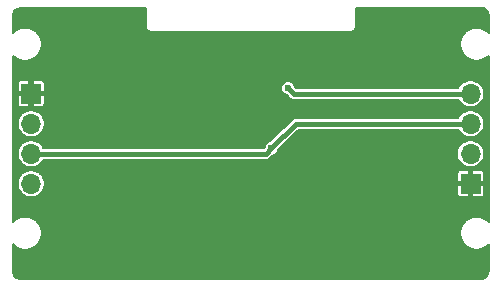
<source format=gbr>
%TF.GenerationSoftware,KiCad,Pcbnew,(5.1.6)-1*%
%TF.CreationDate,2020-09-30T17:33:36+08:00*%
%TF.ProjectId,Crenshaw,4372656e-7368-4617-972e-6b696361645f,rev?*%
%TF.SameCoordinates,Original*%
%TF.FileFunction,Copper,L2,Bot*%
%TF.FilePolarity,Positive*%
%FSLAX46Y46*%
G04 Gerber Fmt 4.6, Leading zero omitted, Abs format (unit mm)*
G04 Created by KiCad (PCBNEW (5.1.6)-1) date 2020-09-30 17:33:36*
%MOMM*%
%LPD*%
G01*
G04 APERTURE LIST*
%TA.AperFunction,ComponentPad*%
%ADD10O,1.700000X1.700000*%
%TD*%
%TA.AperFunction,ComponentPad*%
%ADD11R,1.700000X1.700000*%
%TD*%
%TA.AperFunction,ViaPad*%
%ADD12C,0.600000*%
%TD*%
%TA.AperFunction,Conductor*%
%ADD13C,0.400000*%
%TD*%
%TA.AperFunction,Conductor*%
%ADD14C,0.200000*%
%TD*%
G04 APERTURE END LIST*
D10*
%TO.P,J2,4*%
%TO.N,SDA*%
X163400000Y-115060000D03*
%TO.P,J2,3*%
%TO.N,SCL*%
X163400000Y-112520000D03*
%TO.P,J2,2*%
%TO.N,Net-(D1-Pad2)*%
X163400000Y-109980000D03*
D11*
%TO.P,J2,1*%
%TO.N,GND*%
X163400000Y-107440000D03*
%TD*%
D10*
%TO.P,J3,4*%
%TO.N,SDA*%
X200600000Y-107440000D03*
%TO.P,J3,3*%
%TO.N,SCL*%
X200600000Y-109980000D03*
%TO.P,J3,2*%
%TO.N,Net-(D1-Pad2)*%
X200600000Y-112520000D03*
D11*
%TO.P,J3,1*%
%TO.N,GND*%
X200600000Y-115060000D03*
%TD*%
D12*
%TO.N,GND*%
X196100000Y-104150000D03*
X167650000Y-107600000D03*
X165950000Y-102000000D03*
X165200000Y-120200000D03*
X188350000Y-115050000D03*
X197150000Y-113750000D03*
X184300000Y-121900000D03*
X198700000Y-120600000D03*
X198600000Y-101750000D03*
X180950000Y-102800000D03*
X188850000Y-119600000D03*
X191900000Y-121000000D03*
X169450000Y-121700000D03*
X171000000Y-101850000D03*
X187550000Y-103000000D03*
X176900000Y-113300000D03*
X167250000Y-113800000D03*
X177750000Y-106600000D03*
X189900000Y-106550000D03*
X172900000Y-106750000D03*
X194250000Y-108750000D03*
X186000000Y-118250000D03*
X180350000Y-118750000D03*
X177050000Y-122350000D03*
X192300000Y-101550000D03*
X195900000Y-117450000D03*
%TO.N,SDA*%
X185150000Y-106970000D03*
%TO.N,SCL*%
X183750000Y-112050000D03*
%TD*%
D13*
%TO.N,SDA*%
X200600000Y-107440000D02*
X185620000Y-107440000D01*
X185620000Y-107440000D02*
X185150000Y-106970000D01*
%TO.N,SCL*%
X183280000Y-112520000D02*
X183750000Y-112050000D01*
X163400000Y-112520000D02*
X183280000Y-112520000D01*
X185820000Y-109980000D02*
X183750000Y-112050000D01*
X200600000Y-109980000D02*
X185820000Y-109980000D01*
%TD*%
D14*
%TO.N,GND*%
G36*
X173125000Y-101781581D02*
G01*
X173123186Y-101800000D01*
X173130426Y-101873513D01*
X173151869Y-101944200D01*
X173186691Y-102009347D01*
X173233552Y-102066448D01*
X173290653Y-102113309D01*
X173355800Y-102148131D01*
X173426487Y-102169574D01*
X173500000Y-102176814D01*
X173518419Y-102175000D01*
X190481581Y-102175000D01*
X190500000Y-102176814D01*
X190573513Y-102169574D01*
X190644200Y-102148131D01*
X190709347Y-102113309D01*
X190766448Y-102066448D01*
X190813309Y-102009347D01*
X190848131Y-101944200D01*
X190869574Y-101873513D01*
X190875000Y-101818419D01*
X190875000Y-101818418D01*
X190876814Y-101800000D01*
X190875000Y-101781581D01*
X190875000Y-100175000D01*
X201481662Y-100175000D01*
X201621045Y-100188667D01*
X201737483Y-100223821D01*
X201844876Y-100280923D01*
X201939128Y-100357793D01*
X202016657Y-100451508D01*
X202074507Y-100558501D01*
X202110472Y-100674688D01*
X202125000Y-100812904D01*
X202125000Y-102295099D01*
X201992448Y-102162547D01*
X201763149Y-102009334D01*
X201508365Y-101903799D01*
X201237888Y-101849998D01*
X200962112Y-101849998D01*
X200691635Y-101903799D01*
X200436851Y-102009334D01*
X200207552Y-102162547D01*
X200012549Y-102357550D01*
X199859336Y-102586849D01*
X199753801Y-102841633D01*
X199700000Y-103112110D01*
X199700000Y-103387886D01*
X199753801Y-103658363D01*
X199859336Y-103913147D01*
X200012549Y-104142446D01*
X200207552Y-104337449D01*
X200436851Y-104490662D01*
X200691635Y-104596197D01*
X200962112Y-104649998D01*
X201237888Y-104649998D01*
X201508365Y-104596197D01*
X201763149Y-104490662D01*
X201992448Y-104337449D01*
X202125000Y-104204897D01*
X202125001Y-118295104D01*
X201992448Y-118162551D01*
X201763149Y-118009338D01*
X201508365Y-117903803D01*
X201237888Y-117850002D01*
X200962112Y-117850002D01*
X200691635Y-117903803D01*
X200436851Y-118009338D01*
X200207552Y-118162551D01*
X200012549Y-118357554D01*
X199859336Y-118586853D01*
X199753801Y-118841637D01*
X199700000Y-119112114D01*
X199700000Y-119387890D01*
X199753801Y-119658367D01*
X199859336Y-119913151D01*
X200012549Y-120142450D01*
X200207552Y-120337453D01*
X200436851Y-120490666D01*
X200691635Y-120596201D01*
X200962112Y-120650002D01*
X201237888Y-120650002D01*
X201508365Y-120596201D01*
X201763149Y-120490666D01*
X201992448Y-120337453D01*
X202125001Y-120204900D01*
X202125001Y-122481652D01*
X202111333Y-122621044D01*
X202076178Y-122737485D01*
X202019077Y-122844876D01*
X201942207Y-122939128D01*
X201848488Y-123016659D01*
X201741498Y-123074508D01*
X201625316Y-123110472D01*
X201487096Y-123125000D01*
X162518337Y-123125000D01*
X162378956Y-123111333D01*
X162262515Y-123076178D01*
X162155124Y-123019077D01*
X162060872Y-122942207D01*
X161983341Y-122848488D01*
X161925492Y-122741498D01*
X161889528Y-122625316D01*
X161875000Y-122487096D01*
X161875000Y-120204899D01*
X162007553Y-120337452D01*
X162236852Y-120490665D01*
X162491636Y-120596200D01*
X162762113Y-120650001D01*
X163037889Y-120650001D01*
X163308366Y-120596200D01*
X163563150Y-120490665D01*
X163792449Y-120337452D01*
X163987452Y-120142449D01*
X164140665Y-119913150D01*
X164246200Y-119658366D01*
X164300001Y-119387889D01*
X164300001Y-119112113D01*
X164246200Y-118841636D01*
X164140665Y-118586852D01*
X163987452Y-118357553D01*
X163792449Y-118162550D01*
X163563150Y-118009337D01*
X163308366Y-117903802D01*
X163037889Y-117850001D01*
X162762113Y-117850001D01*
X162491636Y-117903802D01*
X162236852Y-118009337D01*
X162007553Y-118162550D01*
X161875000Y-118295103D01*
X161875000Y-114946735D01*
X162250000Y-114946735D01*
X162250000Y-115173265D01*
X162294194Y-115395443D01*
X162380884Y-115604729D01*
X162506737Y-115793082D01*
X162666918Y-115953263D01*
X162855271Y-116079116D01*
X163064557Y-116165806D01*
X163286735Y-116210000D01*
X163513265Y-116210000D01*
X163735443Y-116165806D01*
X163944729Y-116079116D01*
X164133082Y-115953263D01*
X164176345Y-115910000D01*
X199448548Y-115910000D01*
X199454340Y-115968810D01*
X199471495Y-116025361D01*
X199499352Y-116077478D01*
X199536841Y-116123159D01*
X199582522Y-116160648D01*
X199634639Y-116188505D01*
X199691190Y-116205660D01*
X199750000Y-116211452D01*
X200375000Y-116210000D01*
X200450000Y-116135000D01*
X200450000Y-115210000D01*
X200750000Y-115210000D01*
X200750000Y-116135000D01*
X200825000Y-116210000D01*
X201450000Y-116211452D01*
X201508810Y-116205660D01*
X201565361Y-116188505D01*
X201617478Y-116160648D01*
X201663159Y-116123159D01*
X201700648Y-116077478D01*
X201728505Y-116025361D01*
X201745660Y-115968810D01*
X201751452Y-115910000D01*
X201750000Y-115285000D01*
X201675000Y-115210000D01*
X200750000Y-115210000D01*
X200450000Y-115210000D01*
X199525000Y-115210000D01*
X199450000Y-115285000D01*
X199448548Y-115910000D01*
X164176345Y-115910000D01*
X164293263Y-115793082D01*
X164419116Y-115604729D01*
X164505806Y-115395443D01*
X164550000Y-115173265D01*
X164550000Y-114946735D01*
X164505806Y-114724557D01*
X164419116Y-114515271D01*
X164293263Y-114326918D01*
X164176345Y-114210000D01*
X199448548Y-114210000D01*
X199450000Y-114835000D01*
X199525000Y-114910000D01*
X200450000Y-114910000D01*
X200450000Y-113985000D01*
X200750000Y-113985000D01*
X200750000Y-114910000D01*
X201675000Y-114910000D01*
X201750000Y-114835000D01*
X201751452Y-114210000D01*
X201745660Y-114151190D01*
X201728505Y-114094639D01*
X201700648Y-114042522D01*
X201663159Y-113996841D01*
X201617478Y-113959352D01*
X201565361Y-113931495D01*
X201508810Y-113914340D01*
X201450000Y-113908548D01*
X200825000Y-113910000D01*
X200750000Y-113985000D01*
X200450000Y-113985000D01*
X200375000Y-113910000D01*
X199750000Y-113908548D01*
X199691190Y-113914340D01*
X199634639Y-113931495D01*
X199582522Y-113959352D01*
X199536841Y-113996841D01*
X199499352Y-114042522D01*
X199471495Y-114094639D01*
X199454340Y-114151190D01*
X199448548Y-114210000D01*
X164176345Y-114210000D01*
X164133082Y-114166737D01*
X163944729Y-114040884D01*
X163735443Y-113954194D01*
X163513265Y-113910000D01*
X163286735Y-113910000D01*
X163064557Y-113954194D01*
X162855271Y-114040884D01*
X162666918Y-114166737D01*
X162506737Y-114326918D01*
X162380884Y-114515271D01*
X162294194Y-114724557D01*
X162250000Y-114946735D01*
X161875000Y-114946735D01*
X161875000Y-112406735D01*
X162250000Y-112406735D01*
X162250000Y-112633265D01*
X162294194Y-112855443D01*
X162380884Y-113064729D01*
X162506737Y-113253082D01*
X162666918Y-113413263D01*
X162855271Y-113539116D01*
X163064557Y-113625806D01*
X163286735Y-113670000D01*
X163513265Y-113670000D01*
X163735443Y-113625806D01*
X163944729Y-113539116D01*
X164133082Y-113413263D01*
X164293263Y-113253082D01*
X164419116Y-113064729D01*
X164437644Y-113020000D01*
X183255440Y-113020000D01*
X183280000Y-113022419D01*
X183304560Y-113020000D01*
X183378017Y-113012765D01*
X183472267Y-112984175D01*
X183559129Y-112937746D01*
X183635264Y-112875264D01*
X183650928Y-112856177D01*
X183869027Y-112638079D01*
X183925014Y-112626942D01*
X184034207Y-112581713D01*
X184132478Y-112516050D01*
X184216050Y-112432478D01*
X184233251Y-112406735D01*
X199450000Y-112406735D01*
X199450000Y-112633265D01*
X199494194Y-112855443D01*
X199580884Y-113064729D01*
X199706737Y-113253082D01*
X199866918Y-113413263D01*
X200055271Y-113539116D01*
X200264557Y-113625806D01*
X200486735Y-113670000D01*
X200713265Y-113670000D01*
X200935443Y-113625806D01*
X201144729Y-113539116D01*
X201333082Y-113413263D01*
X201493263Y-113253082D01*
X201619116Y-113064729D01*
X201705806Y-112855443D01*
X201750000Y-112633265D01*
X201750000Y-112406735D01*
X201705806Y-112184557D01*
X201619116Y-111975271D01*
X201493263Y-111786918D01*
X201333082Y-111626737D01*
X201144729Y-111500884D01*
X200935443Y-111414194D01*
X200713265Y-111370000D01*
X200486735Y-111370000D01*
X200264557Y-111414194D01*
X200055271Y-111500884D01*
X199866918Y-111626737D01*
X199706737Y-111786918D01*
X199580884Y-111975271D01*
X199494194Y-112184557D01*
X199450000Y-112406735D01*
X184233251Y-112406735D01*
X184281713Y-112334207D01*
X184326942Y-112225014D01*
X184338079Y-112169026D01*
X186027106Y-110480000D01*
X199562356Y-110480000D01*
X199580884Y-110524729D01*
X199706737Y-110713082D01*
X199866918Y-110873263D01*
X200055271Y-110999116D01*
X200264557Y-111085806D01*
X200486735Y-111130000D01*
X200713265Y-111130000D01*
X200935443Y-111085806D01*
X201144729Y-110999116D01*
X201333082Y-110873263D01*
X201493263Y-110713082D01*
X201619116Y-110524729D01*
X201705806Y-110315443D01*
X201750000Y-110093265D01*
X201750000Y-109866735D01*
X201705806Y-109644557D01*
X201619116Y-109435271D01*
X201493263Y-109246918D01*
X201333082Y-109086737D01*
X201144729Y-108960884D01*
X200935443Y-108874194D01*
X200713265Y-108830000D01*
X200486735Y-108830000D01*
X200264557Y-108874194D01*
X200055271Y-108960884D01*
X199866918Y-109086737D01*
X199706737Y-109246918D01*
X199580884Y-109435271D01*
X199562356Y-109480000D01*
X185844557Y-109480000D01*
X185819999Y-109477581D01*
X185795441Y-109480000D01*
X185795440Y-109480000D01*
X185721983Y-109487235D01*
X185627733Y-109515825D01*
X185540871Y-109562254D01*
X185464736Y-109624736D01*
X185449075Y-109643819D01*
X183630974Y-111461921D01*
X183574986Y-111473058D01*
X183465793Y-111518287D01*
X183367522Y-111583950D01*
X183283950Y-111667522D01*
X183218287Y-111765793D01*
X183173058Y-111874986D01*
X183161921Y-111930973D01*
X183072894Y-112020000D01*
X164437644Y-112020000D01*
X164419116Y-111975271D01*
X164293263Y-111786918D01*
X164133082Y-111626737D01*
X163944729Y-111500884D01*
X163735443Y-111414194D01*
X163513265Y-111370000D01*
X163286735Y-111370000D01*
X163064557Y-111414194D01*
X162855271Y-111500884D01*
X162666918Y-111626737D01*
X162506737Y-111786918D01*
X162380884Y-111975271D01*
X162294194Y-112184557D01*
X162250000Y-112406735D01*
X161875000Y-112406735D01*
X161875000Y-109866735D01*
X162250000Y-109866735D01*
X162250000Y-110093265D01*
X162294194Y-110315443D01*
X162380884Y-110524729D01*
X162506737Y-110713082D01*
X162666918Y-110873263D01*
X162855271Y-110999116D01*
X163064557Y-111085806D01*
X163286735Y-111130000D01*
X163513265Y-111130000D01*
X163735443Y-111085806D01*
X163944729Y-110999116D01*
X164133082Y-110873263D01*
X164293263Y-110713082D01*
X164419116Y-110524729D01*
X164505806Y-110315443D01*
X164550000Y-110093265D01*
X164550000Y-109866735D01*
X164505806Y-109644557D01*
X164419116Y-109435271D01*
X164293263Y-109246918D01*
X164133082Y-109086737D01*
X163944729Y-108960884D01*
X163735443Y-108874194D01*
X163513265Y-108830000D01*
X163286735Y-108830000D01*
X163064557Y-108874194D01*
X162855271Y-108960884D01*
X162666918Y-109086737D01*
X162506737Y-109246918D01*
X162380884Y-109435271D01*
X162294194Y-109644557D01*
X162250000Y-109866735D01*
X161875000Y-109866735D01*
X161875000Y-108290000D01*
X162248548Y-108290000D01*
X162254340Y-108348810D01*
X162271495Y-108405361D01*
X162299352Y-108457478D01*
X162336841Y-108503159D01*
X162382522Y-108540648D01*
X162434639Y-108568505D01*
X162491190Y-108585660D01*
X162550000Y-108591452D01*
X163175000Y-108590000D01*
X163250000Y-108515000D01*
X163250000Y-107590000D01*
X163550000Y-107590000D01*
X163550000Y-108515000D01*
X163625000Y-108590000D01*
X164250000Y-108591452D01*
X164308810Y-108585660D01*
X164365361Y-108568505D01*
X164417478Y-108540648D01*
X164463159Y-108503159D01*
X164500648Y-108457478D01*
X164528505Y-108405361D01*
X164545660Y-108348810D01*
X164551452Y-108290000D01*
X164550000Y-107665000D01*
X164475000Y-107590000D01*
X163550000Y-107590000D01*
X163250000Y-107590000D01*
X162325000Y-107590000D01*
X162250000Y-107665000D01*
X162248548Y-108290000D01*
X161875000Y-108290000D01*
X161875000Y-106590000D01*
X162248548Y-106590000D01*
X162250000Y-107215000D01*
X162325000Y-107290000D01*
X163250000Y-107290000D01*
X163250000Y-106365000D01*
X163550000Y-106365000D01*
X163550000Y-107290000D01*
X164475000Y-107290000D01*
X164550000Y-107215000D01*
X164550706Y-106910905D01*
X184550000Y-106910905D01*
X184550000Y-107029095D01*
X184573058Y-107145014D01*
X184618287Y-107254207D01*
X184683950Y-107352478D01*
X184767522Y-107436050D01*
X184865793Y-107501713D01*
X184974986Y-107546942D01*
X185030973Y-107558079D01*
X185249079Y-107776186D01*
X185264736Y-107795264D01*
X185340871Y-107857746D01*
X185427733Y-107904175D01*
X185521983Y-107932765D01*
X185595440Y-107940000D01*
X185595449Y-107940000D01*
X185619999Y-107942418D01*
X185644549Y-107940000D01*
X199562356Y-107940000D01*
X199580884Y-107984729D01*
X199706737Y-108173082D01*
X199866918Y-108333263D01*
X200055271Y-108459116D01*
X200264557Y-108545806D01*
X200486735Y-108590000D01*
X200713265Y-108590000D01*
X200935443Y-108545806D01*
X201144729Y-108459116D01*
X201333082Y-108333263D01*
X201493263Y-108173082D01*
X201619116Y-107984729D01*
X201705806Y-107775443D01*
X201750000Y-107553265D01*
X201750000Y-107326735D01*
X201705806Y-107104557D01*
X201619116Y-106895271D01*
X201493263Y-106706918D01*
X201333082Y-106546737D01*
X201144729Y-106420884D01*
X200935443Y-106334194D01*
X200713265Y-106290000D01*
X200486735Y-106290000D01*
X200264557Y-106334194D01*
X200055271Y-106420884D01*
X199866918Y-106546737D01*
X199706737Y-106706918D01*
X199580884Y-106895271D01*
X199562356Y-106940000D01*
X185827106Y-106940000D01*
X185738079Y-106850973D01*
X185726942Y-106794986D01*
X185681713Y-106685793D01*
X185616050Y-106587522D01*
X185532478Y-106503950D01*
X185434207Y-106438287D01*
X185325014Y-106393058D01*
X185209095Y-106370000D01*
X185090905Y-106370000D01*
X184974986Y-106393058D01*
X184865793Y-106438287D01*
X184767522Y-106503950D01*
X184683950Y-106587522D01*
X184618287Y-106685793D01*
X184573058Y-106794986D01*
X184550000Y-106910905D01*
X164550706Y-106910905D01*
X164551452Y-106590000D01*
X164545660Y-106531190D01*
X164528505Y-106474639D01*
X164500648Y-106422522D01*
X164463159Y-106376841D01*
X164417478Y-106339352D01*
X164365361Y-106311495D01*
X164308810Y-106294340D01*
X164250000Y-106288548D01*
X163625000Y-106290000D01*
X163550000Y-106365000D01*
X163250000Y-106365000D01*
X163175000Y-106290000D01*
X162550000Y-106288548D01*
X162491190Y-106294340D01*
X162434639Y-106311495D01*
X162382522Y-106339352D01*
X162336841Y-106376841D01*
X162299352Y-106422522D01*
X162271495Y-106474639D01*
X162254340Y-106531190D01*
X162248548Y-106590000D01*
X161875000Y-106590000D01*
X161875000Y-104204897D01*
X162007553Y-104337450D01*
X162236852Y-104490663D01*
X162491636Y-104596198D01*
X162762113Y-104649999D01*
X163037889Y-104649999D01*
X163308366Y-104596198D01*
X163563150Y-104490663D01*
X163792449Y-104337450D01*
X163987452Y-104142447D01*
X164140665Y-103913148D01*
X164246200Y-103658364D01*
X164300001Y-103387887D01*
X164300001Y-103112111D01*
X164246200Y-102841634D01*
X164140665Y-102586850D01*
X163987452Y-102357551D01*
X163792449Y-102162548D01*
X163563150Y-102009335D01*
X163308366Y-101903800D01*
X163037889Y-101849999D01*
X162762113Y-101849999D01*
X162491636Y-101903800D01*
X162236852Y-102009335D01*
X162007553Y-102162548D01*
X161875000Y-102295101D01*
X161875000Y-100818338D01*
X161888667Y-100678955D01*
X161923821Y-100562517D01*
X161980923Y-100455124D01*
X162057793Y-100360872D01*
X162151508Y-100283343D01*
X162258501Y-100225493D01*
X162374688Y-100189528D01*
X162512904Y-100175000D01*
X173125001Y-100175000D01*
X173125000Y-101781581D01*
G37*
X173125000Y-101781581D02*
X173123186Y-101800000D01*
X173130426Y-101873513D01*
X173151869Y-101944200D01*
X173186691Y-102009347D01*
X173233552Y-102066448D01*
X173290653Y-102113309D01*
X173355800Y-102148131D01*
X173426487Y-102169574D01*
X173500000Y-102176814D01*
X173518419Y-102175000D01*
X190481581Y-102175000D01*
X190500000Y-102176814D01*
X190573513Y-102169574D01*
X190644200Y-102148131D01*
X190709347Y-102113309D01*
X190766448Y-102066448D01*
X190813309Y-102009347D01*
X190848131Y-101944200D01*
X190869574Y-101873513D01*
X190875000Y-101818419D01*
X190875000Y-101818418D01*
X190876814Y-101800000D01*
X190875000Y-101781581D01*
X190875000Y-100175000D01*
X201481662Y-100175000D01*
X201621045Y-100188667D01*
X201737483Y-100223821D01*
X201844876Y-100280923D01*
X201939128Y-100357793D01*
X202016657Y-100451508D01*
X202074507Y-100558501D01*
X202110472Y-100674688D01*
X202125000Y-100812904D01*
X202125000Y-102295099D01*
X201992448Y-102162547D01*
X201763149Y-102009334D01*
X201508365Y-101903799D01*
X201237888Y-101849998D01*
X200962112Y-101849998D01*
X200691635Y-101903799D01*
X200436851Y-102009334D01*
X200207552Y-102162547D01*
X200012549Y-102357550D01*
X199859336Y-102586849D01*
X199753801Y-102841633D01*
X199700000Y-103112110D01*
X199700000Y-103387886D01*
X199753801Y-103658363D01*
X199859336Y-103913147D01*
X200012549Y-104142446D01*
X200207552Y-104337449D01*
X200436851Y-104490662D01*
X200691635Y-104596197D01*
X200962112Y-104649998D01*
X201237888Y-104649998D01*
X201508365Y-104596197D01*
X201763149Y-104490662D01*
X201992448Y-104337449D01*
X202125000Y-104204897D01*
X202125001Y-118295104D01*
X201992448Y-118162551D01*
X201763149Y-118009338D01*
X201508365Y-117903803D01*
X201237888Y-117850002D01*
X200962112Y-117850002D01*
X200691635Y-117903803D01*
X200436851Y-118009338D01*
X200207552Y-118162551D01*
X200012549Y-118357554D01*
X199859336Y-118586853D01*
X199753801Y-118841637D01*
X199700000Y-119112114D01*
X199700000Y-119387890D01*
X199753801Y-119658367D01*
X199859336Y-119913151D01*
X200012549Y-120142450D01*
X200207552Y-120337453D01*
X200436851Y-120490666D01*
X200691635Y-120596201D01*
X200962112Y-120650002D01*
X201237888Y-120650002D01*
X201508365Y-120596201D01*
X201763149Y-120490666D01*
X201992448Y-120337453D01*
X202125001Y-120204900D01*
X202125001Y-122481652D01*
X202111333Y-122621044D01*
X202076178Y-122737485D01*
X202019077Y-122844876D01*
X201942207Y-122939128D01*
X201848488Y-123016659D01*
X201741498Y-123074508D01*
X201625316Y-123110472D01*
X201487096Y-123125000D01*
X162518337Y-123125000D01*
X162378956Y-123111333D01*
X162262515Y-123076178D01*
X162155124Y-123019077D01*
X162060872Y-122942207D01*
X161983341Y-122848488D01*
X161925492Y-122741498D01*
X161889528Y-122625316D01*
X161875000Y-122487096D01*
X161875000Y-120204899D01*
X162007553Y-120337452D01*
X162236852Y-120490665D01*
X162491636Y-120596200D01*
X162762113Y-120650001D01*
X163037889Y-120650001D01*
X163308366Y-120596200D01*
X163563150Y-120490665D01*
X163792449Y-120337452D01*
X163987452Y-120142449D01*
X164140665Y-119913150D01*
X164246200Y-119658366D01*
X164300001Y-119387889D01*
X164300001Y-119112113D01*
X164246200Y-118841636D01*
X164140665Y-118586852D01*
X163987452Y-118357553D01*
X163792449Y-118162550D01*
X163563150Y-118009337D01*
X163308366Y-117903802D01*
X163037889Y-117850001D01*
X162762113Y-117850001D01*
X162491636Y-117903802D01*
X162236852Y-118009337D01*
X162007553Y-118162550D01*
X161875000Y-118295103D01*
X161875000Y-114946735D01*
X162250000Y-114946735D01*
X162250000Y-115173265D01*
X162294194Y-115395443D01*
X162380884Y-115604729D01*
X162506737Y-115793082D01*
X162666918Y-115953263D01*
X162855271Y-116079116D01*
X163064557Y-116165806D01*
X163286735Y-116210000D01*
X163513265Y-116210000D01*
X163735443Y-116165806D01*
X163944729Y-116079116D01*
X164133082Y-115953263D01*
X164176345Y-115910000D01*
X199448548Y-115910000D01*
X199454340Y-115968810D01*
X199471495Y-116025361D01*
X199499352Y-116077478D01*
X199536841Y-116123159D01*
X199582522Y-116160648D01*
X199634639Y-116188505D01*
X199691190Y-116205660D01*
X199750000Y-116211452D01*
X200375000Y-116210000D01*
X200450000Y-116135000D01*
X200450000Y-115210000D01*
X200750000Y-115210000D01*
X200750000Y-116135000D01*
X200825000Y-116210000D01*
X201450000Y-116211452D01*
X201508810Y-116205660D01*
X201565361Y-116188505D01*
X201617478Y-116160648D01*
X201663159Y-116123159D01*
X201700648Y-116077478D01*
X201728505Y-116025361D01*
X201745660Y-115968810D01*
X201751452Y-115910000D01*
X201750000Y-115285000D01*
X201675000Y-115210000D01*
X200750000Y-115210000D01*
X200450000Y-115210000D01*
X199525000Y-115210000D01*
X199450000Y-115285000D01*
X199448548Y-115910000D01*
X164176345Y-115910000D01*
X164293263Y-115793082D01*
X164419116Y-115604729D01*
X164505806Y-115395443D01*
X164550000Y-115173265D01*
X164550000Y-114946735D01*
X164505806Y-114724557D01*
X164419116Y-114515271D01*
X164293263Y-114326918D01*
X164176345Y-114210000D01*
X199448548Y-114210000D01*
X199450000Y-114835000D01*
X199525000Y-114910000D01*
X200450000Y-114910000D01*
X200450000Y-113985000D01*
X200750000Y-113985000D01*
X200750000Y-114910000D01*
X201675000Y-114910000D01*
X201750000Y-114835000D01*
X201751452Y-114210000D01*
X201745660Y-114151190D01*
X201728505Y-114094639D01*
X201700648Y-114042522D01*
X201663159Y-113996841D01*
X201617478Y-113959352D01*
X201565361Y-113931495D01*
X201508810Y-113914340D01*
X201450000Y-113908548D01*
X200825000Y-113910000D01*
X200750000Y-113985000D01*
X200450000Y-113985000D01*
X200375000Y-113910000D01*
X199750000Y-113908548D01*
X199691190Y-113914340D01*
X199634639Y-113931495D01*
X199582522Y-113959352D01*
X199536841Y-113996841D01*
X199499352Y-114042522D01*
X199471495Y-114094639D01*
X199454340Y-114151190D01*
X199448548Y-114210000D01*
X164176345Y-114210000D01*
X164133082Y-114166737D01*
X163944729Y-114040884D01*
X163735443Y-113954194D01*
X163513265Y-113910000D01*
X163286735Y-113910000D01*
X163064557Y-113954194D01*
X162855271Y-114040884D01*
X162666918Y-114166737D01*
X162506737Y-114326918D01*
X162380884Y-114515271D01*
X162294194Y-114724557D01*
X162250000Y-114946735D01*
X161875000Y-114946735D01*
X161875000Y-112406735D01*
X162250000Y-112406735D01*
X162250000Y-112633265D01*
X162294194Y-112855443D01*
X162380884Y-113064729D01*
X162506737Y-113253082D01*
X162666918Y-113413263D01*
X162855271Y-113539116D01*
X163064557Y-113625806D01*
X163286735Y-113670000D01*
X163513265Y-113670000D01*
X163735443Y-113625806D01*
X163944729Y-113539116D01*
X164133082Y-113413263D01*
X164293263Y-113253082D01*
X164419116Y-113064729D01*
X164437644Y-113020000D01*
X183255440Y-113020000D01*
X183280000Y-113022419D01*
X183304560Y-113020000D01*
X183378017Y-113012765D01*
X183472267Y-112984175D01*
X183559129Y-112937746D01*
X183635264Y-112875264D01*
X183650928Y-112856177D01*
X183869027Y-112638079D01*
X183925014Y-112626942D01*
X184034207Y-112581713D01*
X184132478Y-112516050D01*
X184216050Y-112432478D01*
X184233251Y-112406735D01*
X199450000Y-112406735D01*
X199450000Y-112633265D01*
X199494194Y-112855443D01*
X199580884Y-113064729D01*
X199706737Y-113253082D01*
X199866918Y-113413263D01*
X200055271Y-113539116D01*
X200264557Y-113625806D01*
X200486735Y-113670000D01*
X200713265Y-113670000D01*
X200935443Y-113625806D01*
X201144729Y-113539116D01*
X201333082Y-113413263D01*
X201493263Y-113253082D01*
X201619116Y-113064729D01*
X201705806Y-112855443D01*
X201750000Y-112633265D01*
X201750000Y-112406735D01*
X201705806Y-112184557D01*
X201619116Y-111975271D01*
X201493263Y-111786918D01*
X201333082Y-111626737D01*
X201144729Y-111500884D01*
X200935443Y-111414194D01*
X200713265Y-111370000D01*
X200486735Y-111370000D01*
X200264557Y-111414194D01*
X200055271Y-111500884D01*
X199866918Y-111626737D01*
X199706737Y-111786918D01*
X199580884Y-111975271D01*
X199494194Y-112184557D01*
X199450000Y-112406735D01*
X184233251Y-112406735D01*
X184281713Y-112334207D01*
X184326942Y-112225014D01*
X184338079Y-112169026D01*
X186027106Y-110480000D01*
X199562356Y-110480000D01*
X199580884Y-110524729D01*
X199706737Y-110713082D01*
X199866918Y-110873263D01*
X200055271Y-110999116D01*
X200264557Y-111085806D01*
X200486735Y-111130000D01*
X200713265Y-111130000D01*
X200935443Y-111085806D01*
X201144729Y-110999116D01*
X201333082Y-110873263D01*
X201493263Y-110713082D01*
X201619116Y-110524729D01*
X201705806Y-110315443D01*
X201750000Y-110093265D01*
X201750000Y-109866735D01*
X201705806Y-109644557D01*
X201619116Y-109435271D01*
X201493263Y-109246918D01*
X201333082Y-109086737D01*
X201144729Y-108960884D01*
X200935443Y-108874194D01*
X200713265Y-108830000D01*
X200486735Y-108830000D01*
X200264557Y-108874194D01*
X200055271Y-108960884D01*
X199866918Y-109086737D01*
X199706737Y-109246918D01*
X199580884Y-109435271D01*
X199562356Y-109480000D01*
X185844557Y-109480000D01*
X185819999Y-109477581D01*
X185795441Y-109480000D01*
X185795440Y-109480000D01*
X185721983Y-109487235D01*
X185627733Y-109515825D01*
X185540871Y-109562254D01*
X185464736Y-109624736D01*
X185449075Y-109643819D01*
X183630974Y-111461921D01*
X183574986Y-111473058D01*
X183465793Y-111518287D01*
X183367522Y-111583950D01*
X183283950Y-111667522D01*
X183218287Y-111765793D01*
X183173058Y-111874986D01*
X183161921Y-111930973D01*
X183072894Y-112020000D01*
X164437644Y-112020000D01*
X164419116Y-111975271D01*
X164293263Y-111786918D01*
X164133082Y-111626737D01*
X163944729Y-111500884D01*
X163735443Y-111414194D01*
X163513265Y-111370000D01*
X163286735Y-111370000D01*
X163064557Y-111414194D01*
X162855271Y-111500884D01*
X162666918Y-111626737D01*
X162506737Y-111786918D01*
X162380884Y-111975271D01*
X162294194Y-112184557D01*
X162250000Y-112406735D01*
X161875000Y-112406735D01*
X161875000Y-109866735D01*
X162250000Y-109866735D01*
X162250000Y-110093265D01*
X162294194Y-110315443D01*
X162380884Y-110524729D01*
X162506737Y-110713082D01*
X162666918Y-110873263D01*
X162855271Y-110999116D01*
X163064557Y-111085806D01*
X163286735Y-111130000D01*
X163513265Y-111130000D01*
X163735443Y-111085806D01*
X163944729Y-110999116D01*
X164133082Y-110873263D01*
X164293263Y-110713082D01*
X164419116Y-110524729D01*
X164505806Y-110315443D01*
X164550000Y-110093265D01*
X164550000Y-109866735D01*
X164505806Y-109644557D01*
X164419116Y-109435271D01*
X164293263Y-109246918D01*
X164133082Y-109086737D01*
X163944729Y-108960884D01*
X163735443Y-108874194D01*
X163513265Y-108830000D01*
X163286735Y-108830000D01*
X163064557Y-108874194D01*
X162855271Y-108960884D01*
X162666918Y-109086737D01*
X162506737Y-109246918D01*
X162380884Y-109435271D01*
X162294194Y-109644557D01*
X162250000Y-109866735D01*
X161875000Y-109866735D01*
X161875000Y-108290000D01*
X162248548Y-108290000D01*
X162254340Y-108348810D01*
X162271495Y-108405361D01*
X162299352Y-108457478D01*
X162336841Y-108503159D01*
X162382522Y-108540648D01*
X162434639Y-108568505D01*
X162491190Y-108585660D01*
X162550000Y-108591452D01*
X163175000Y-108590000D01*
X163250000Y-108515000D01*
X163250000Y-107590000D01*
X163550000Y-107590000D01*
X163550000Y-108515000D01*
X163625000Y-108590000D01*
X164250000Y-108591452D01*
X164308810Y-108585660D01*
X164365361Y-108568505D01*
X164417478Y-108540648D01*
X164463159Y-108503159D01*
X164500648Y-108457478D01*
X164528505Y-108405361D01*
X164545660Y-108348810D01*
X164551452Y-108290000D01*
X164550000Y-107665000D01*
X164475000Y-107590000D01*
X163550000Y-107590000D01*
X163250000Y-107590000D01*
X162325000Y-107590000D01*
X162250000Y-107665000D01*
X162248548Y-108290000D01*
X161875000Y-108290000D01*
X161875000Y-106590000D01*
X162248548Y-106590000D01*
X162250000Y-107215000D01*
X162325000Y-107290000D01*
X163250000Y-107290000D01*
X163250000Y-106365000D01*
X163550000Y-106365000D01*
X163550000Y-107290000D01*
X164475000Y-107290000D01*
X164550000Y-107215000D01*
X164550706Y-106910905D01*
X184550000Y-106910905D01*
X184550000Y-107029095D01*
X184573058Y-107145014D01*
X184618287Y-107254207D01*
X184683950Y-107352478D01*
X184767522Y-107436050D01*
X184865793Y-107501713D01*
X184974986Y-107546942D01*
X185030973Y-107558079D01*
X185249079Y-107776186D01*
X185264736Y-107795264D01*
X185340871Y-107857746D01*
X185427733Y-107904175D01*
X185521983Y-107932765D01*
X185595440Y-107940000D01*
X185595449Y-107940000D01*
X185619999Y-107942418D01*
X185644549Y-107940000D01*
X199562356Y-107940000D01*
X199580884Y-107984729D01*
X199706737Y-108173082D01*
X199866918Y-108333263D01*
X200055271Y-108459116D01*
X200264557Y-108545806D01*
X200486735Y-108590000D01*
X200713265Y-108590000D01*
X200935443Y-108545806D01*
X201144729Y-108459116D01*
X201333082Y-108333263D01*
X201493263Y-108173082D01*
X201619116Y-107984729D01*
X201705806Y-107775443D01*
X201750000Y-107553265D01*
X201750000Y-107326735D01*
X201705806Y-107104557D01*
X201619116Y-106895271D01*
X201493263Y-106706918D01*
X201333082Y-106546737D01*
X201144729Y-106420884D01*
X200935443Y-106334194D01*
X200713265Y-106290000D01*
X200486735Y-106290000D01*
X200264557Y-106334194D01*
X200055271Y-106420884D01*
X199866918Y-106546737D01*
X199706737Y-106706918D01*
X199580884Y-106895271D01*
X199562356Y-106940000D01*
X185827106Y-106940000D01*
X185738079Y-106850973D01*
X185726942Y-106794986D01*
X185681713Y-106685793D01*
X185616050Y-106587522D01*
X185532478Y-106503950D01*
X185434207Y-106438287D01*
X185325014Y-106393058D01*
X185209095Y-106370000D01*
X185090905Y-106370000D01*
X184974986Y-106393058D01*
X184865793Y-106438287D01*
X184767522Y-106503950D01*
X184683950Y-106587522D01*
X184618287Y-106685793D01*
X184573058Y-106794986D01*
X184550000Y-106910905D01*
X164550706Y-106910905D01*
X164551452Y-106590000D01*
X164545660Y-106531190D01*
X164528505Y-106474639D01*
X164500648Y-106422522D01*
X164463159Y-106376841D01*
X164417478Y-106339352D01*
X164365361Y-106311495D01*
X164308810Y-106294340D01*
X164250000Y-106288548D01*
X163625000Y-106290000D01*
X163550000Y-106365000D01*
X163250000Y-106365000D01*
X163175000Y-106290000D01*
X162550000Y-106288548D01*
X162491190Y-106294340D01*
X162434639Y-106311495D01*
X162382522Y-106339352D01*
X162336841Y-106376841D01*
X162299352Y-106422522D01*
X162271495Y-106474639D01*
X162254340Y-106531190D01*
X162248548Y-106590000D01*
X161875000Y-106590000D01*
X161875000Y-104204897D01*
X162007553Y-104337450D01*
X162236852Y-104490663D01*
X162491636Y-104596198D01*
X162762113Y-104649999D01*
X163037889Y-104649999D01*
X163308366Y-104596198D01*
X163563150Y-104490663D01*
X163792449Y-104337450D01*
X163987452Y-104142447D01*
X164140665Y-103913148D01*
X164246200Y-103658364D01*
X164300001Y-103387887D01*
X164300001Y-103112111D01*
X164246200Y-102841634D01*
X164140665Y-102586850D01*
X163987452Y-102357551D01*
X163792449Y-102162548D01*
X163563150Y-102009335D01*
X163308366Y-101903800D01*
X163037889Y-101849999D01*
X162762113Y-101849999D01*
X162491636Y-101903800D01*
X162236852Y-102009335D01*
X162007553Y-102162548D01*
X161875000Y-102295101D01*
X161875000Y-100818338D01*
X161888667Y-100678955D01*
X161923821Y-100562517D01*
X161980923Y-100455124D01*
X162057793Y-100360872D01*
X162151508Y-100283343D01*
X162258501Y-100225493D01*
X162374688Y-100189528D01*
X162512904Y-100175000D01*
X173125001Y-100175000D01*
X173125000Y-101781581D01*
%TD*%
M02*

</source>
